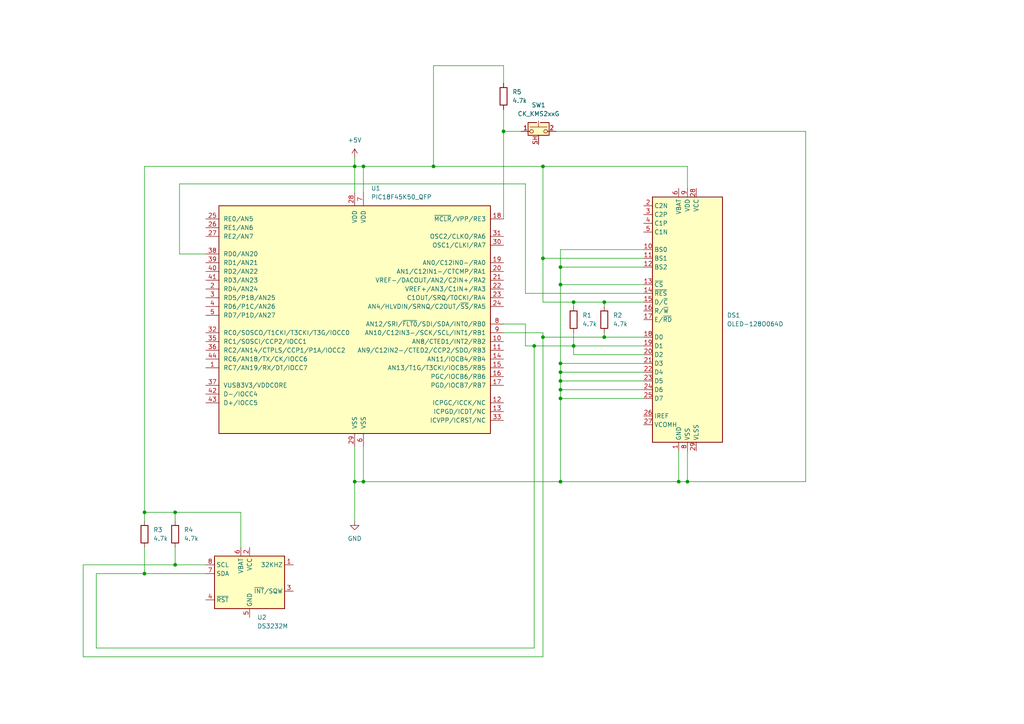
<source format=kicad_sch>
(kicad_sch (version 20231120) (generator "eeschema") (generator_version "8.0")
  (paper "A4")
  (lib_symbols
    (symbol "Device:R" (pin_numbers hide) (pin_names (offset 0))
      (property "Reference" "R" (at 2.032 0 90))
      (property "Value" "R" (at 0 0 90))
      (symbol "R_0_1"
        (rectangle (start -1.016 -2.54) (end 1.016 2.54) (stroke (width 0.254)))
      )
      (symbol "R_1_1"
        (pin passive line (at 0 3.81 270) (length 1.27) (name "~") (number "1"))
        (pin passive line (at 0 -3.81 90) (length 1.27) (name "~") (number "2"))
      )
    )
    (symbol "Display_Graphic:OLED-128O064D"
      (property "Reference" "DS" (at -10.16 38.1 0))
      (property "Value" "OLED-128O064D" (at 12.7 38.1 0))
      (symbol "OLED-128O064D_0_1"
        (rectangle (start -10.16 35.56) (end 10.16 -35.56) (stroke (width 0.254)) (fill (type background)))
      )
      (symbol "OLED-128O064D_1_1"
        (pin power_in line (at -2.54 -38.1 90) (length 2.54) (name "GND") (number "1"))
        (pin input line (at -12.7 20.32 0) (length 2.54) (name "BS0") (number "10"))
        (pin input line (at -12.7 17.78 0) (length 2.54) (name "BS1") (number "11"))
        (pin input line (at -12.7 15.24 0) (length 2.54) (name "BS2") (number "12"))
        (pin input line (at -12.7 10.16 0) (length 2.54) (name "~{CS}") (number "13"))
        (pin input line (at -12.7 7.62 0) (length 2.54) (name "~{RES}") (number "14"))
        (pin input line (at -12.7 5.08 0) (length 2.54) (name "D/~{C}") (number "15"))
        (pin input line (at -12.7 2.54 0) (length 2.54) (name "R/~{W}") (number "16"))
        (pin input line (at -12.7 0 0) (length 2.54) (name "E/~{RD}") (number "17"))
        (pin bidirectional line (at -12.7 -5.08 0) (length 2.54) (name "D0") (number "18"))
        (pin bidirectional line (at -12.7 -7.62 0) (length 2.54) (name "D1") (number "19"))
        (pin passive line (at -12.7 33.02 0) (length 2.54) (name "C2N") (number "2"))
        (pin bidirectional line (at -12.7 -10.16 0) (length 2.54) (name "D2") (number "20"))
        (pin bidirectional line (at -12.7 -12.7 0) (length 2.54) (name "D3") (number "21"))
        (pin bidirectional line (at -12.7 -15.24 0) (length 2.54) (name "D4") (number "22"))
        (pin bidirectional line (at -12.7 -17.78 0) (length 2.54) (name "D5") (number "23"))
        (pin bidirectional line (at -12.7 -20.32 0) (length 2.54) (name "D6") (number "24"))
        (pin bidirectional line (at -12.7 -22.86 0) (length 2.54) (name "D7") (number "25"))
        (pin passive line (at -12.7 -27.94 0) (length 2.54) (name "IREF") (number "26"))
        (pin passive line (at -12.7 -30.48 0) (length 2.54) (name "VCOMH") (number "27"))
        (pin power_in line (at 2.54 38.1 270) (length 2.54) (name "VCC") (number "28"))
        (pin power_in line (at 2.54 -38.1 90) (length 2.54) (name "VLSS") (number "29"))
        (pin passive line (at -12.7 30.48 0) (length 2.54) (name "C2P") (number "3"))
        (pin passive line (at -2.54 -38.1 90) (length 2.54) hide (name "GND") (number "30"))
        (pin passive line (at -12.7 27.94 0) (length 2.54) (name "C1P") (number "4"))
        (pin passive line (at -12.7 25.4 0) (length 2.54) (name "C1N") (number "5"))
        (pin power_in line (at -2.54 38.1 270) (length 2.54) (name "VBAT") (number "6"))
        (pin no_connect line (at 10.16 0 180) (length 2.54) hide (name "NC") (number "7"))
        (pin power_in line (at 0 -38.1 90) (length 2.54) (name "VSS") (number "8"))
        (pin power_in line (at 0 38.1 270) (length 2.54) (name "VDD") (number "9"))
      )
    )
    (symbol "MCU_Microchip_PIC18:PIC18F45K50_QFP" (pin_names (offset 1.27))
      (property "Reference" "U" (at -36.83 33.02 0))
      (property "Value" "PIC18F45K50_QFP" (at 30.48 -35.56 0))
      (symbol "PIC18F45K50_QFP_0_1"
        (rectangle (start -39.37 31.75) (end 39.37 -34.29) (stroke (width 0.254)) (fill (type background)))
      )
      (symbol "PIC18F45K50_QFP_1_1"
        (pin bidirectional line (at -43.18 -15.24 0) (length 3.81) (name "RC7/AN19/RX/DT/IOCC7") (number "1"))
        (pin bidirectional line (at 43.18 -7.62 180) (length 3.81) (name "AN8/CTED1/INT2/RB2") (number "10"))
        (pin bidirectional line (at 43.18 -10.16 180) (length 3.81) (name "AN9/C12IN2-/CTED2/CCP2/SDO/RB3") (number "11"))
        (pin bidirectional line (at 43.18 -25.4 180) (length 3.81) (name "ICPGC/ICCK/NC") (number "12"))
        (pin bidirectional line (at 43.18 -27.94 180) (length 3.81) (name "ICPGD/ICDT/NC") (number "13"))
        (pin bidirectional line (at 43.18 -12.7 180) (length 3.81) (name "AN11/IOCB4/RB4") (number "14"))
        (pin bidirectional line (at 43.18 -15.24 180) (length 3.81) (name "AN13/T1G/T3CKI/IOCB5/RB5") (number "15"))
        (pin bidirectional line (at 43.18 -17.78 180) (length 3.81) (name "PGC/IOCB6/RB6") (number "16"))
        (pin bidirectional line (at 43.18 -20.32 180) (length 3.81) (name "PGD/IOCB7/RB7") (number "17"))
        (pin input line (at 43.18 27.94 180) (length 3.81) (name "~{MCLR}/VPP/RE3") (number "18"))
        (pin bidirectional line (at 43.18 15.24 180) (length 3.81) (name "AN0/C12IN0-/RA0") (number "19"))
        (pin bidirectional line (at -43.18 7.62 0) (length 3.81) (name "RD4/AN24") (number "2"))
        (pin bidirectional line (at 43.18 12.7 180) (length 3.81) (name "AN1/C12IN1-/CTCMP/RA1") (number "20"))
        (pin bidirectional line (at 43.18 10.16 180) (length 3.81) (name "VREF-/DACOUT/AN2/C2IN+/RA2") (number "21"))
        (pin bidirectional line (at 43.18 7.62 180) (length 3.81) (name "VREF+/AN3/C1IN+/RA3") (number "22"))
        (pin bidirectional line (at 43.18 5.08 180) (length 3.81) (name "C1OUT/SRQ/T0CKI/RA4") (number "23"))
        (pin bidirectional line (at 43.18 2.54 180) (length 3.81) (name "AN4/HLVDIN/SRNQ/C2OUT/~{SS}/RA5") (number "24"))
        (pin bidirectional line (at -43.18 27.94 0) (length 3.81) (name "RE0/AN5") (number "25"))
        (pin bidirectional line (at -43.18 25.4 0) (length 3.81) (name "RE1/AN6") (number "26"))
        (pin bidirectional line (at -43.18 22.86 0) (length 3.81) (name "RE2/AN7") (number "27"))
        (pin power_in line (at 0 35.56 270) (length 3.81) (name "VDD") (number "28"))
        (pin power_in line (at 0 -38.1 90) (length 3.81) (name "VSS") (number "29"))
        (pin bidirectional line (at -43.18 5.08 0) (length 3.81) (name "RD5/P1B/AN25") (number "3"))
        (pin bidirectional line (at 43.18 20.32 180) (length 3.81) (name "OSC1/CLKI/RA7") (number "30"))
        (pin bidirectional line (at 43.18 22.86 180) (length 3.81) (name "OSC2/CLKO/RA6") (number "31"))
        (pin bidirectional line (at -43.18 -5.08 0) (length 3.81) (name "RC0/SOSCO/T1CKI/T3CKI/T3G/IOCC0") (number "32"))
        (pin bidirectional line (at 43.18 -30.48 180) (length 3.81) (name "ICVPP/ICRST/NC") (number "33"))
        (pin no_connect line (at -17.78 -34.29 90) (length 3.81) hide (name "NC") (number "34"))
        (pin bidirectional line (at -43.18 -7.62 0) (length 3.81) (name "RC1/SOSCI/CCP2/IOCC1") (number "35"))
        (pin bidirectional line (at -43.18 -10.16 0) (length 3.81) (name "RC2/AN14/CTPLS/CCP1/P1A/IOCC2") (number "36"))
        (pin power_in line (at -43.18 -20.32 0) (length 3.81) (name "VUSB3V3/VDDCORE") (number "37"))
        (pin bidirectional line (at -43.18 17.78 0) (length 3.81) (name "RD0/AN20") (number "38"))
        (pin bidirectional line (at -43.18 15.24 0) (length 3.81) (name "RD1/AN21") (number "39"))
        (pin bidirectional line (at -43.18 2.54 0) (length 3.81) (name "RD6/P1C/AN26") (number "4"))
        (pin bidirectional line (at -43.18 12.7 0) (length 3.81) (name "RD2/AN22") (number "40"))
        (pin bidirectional line (at -43.18 10.16 0) (length 3.81) (name "RD3/AN23") (number "41"))
        (pin bidirectional line (at -43.18 -22.86 0) (length 3.81) (name "D-/IOCC4") (number "42"))
        (pin bidirectional line (at -43.18 -25.4 0) (length 3.81) (name "D+/IOCC5") (number "43"))
        (pin bidirectional line (at -43.18 -12.7 0) (length 3.81) (name "RC6/AN18/TX/CK/IOCC6") (number "44"))
        (pin bidirectional line (at -43.18 0 0) (length 3.81) (name "RD7/P1D/AN27") (number "5"))
        (pin power_in line (at 2.54 -38.1 90) (length 3.81) (name "VSS") (number "6"))
        (pin power_in line (at 2.54 35.56 270) (length 3.81) (name "VDD") (number "7"))
        (pin bidirectional line (at 43.18 -2.54 180) (length 3.81) (name "AN12/SRI/~{FLT0}/SDI/SDA/INT0/RB0") (number "8"))
        (pin bidirectional line (at 43.18 -5.08 180) (length 3.81) (name "AN10/C12IN3-/SCK/SCL/INT1/RB1") (number "9"))
      )
    )
    (symbol "Switch:CK_KMS2xxG" (pin_names (offset 1.016) hide)
      (property "Reference" "SW" (at 4.318 2.032 0))
      (property "Value" "CK_KMS2xxG" (at 0 4.572 0))
      (symbol "CK_KMS2xxG_0_1"
        (circle (center -2.032 0) (radius 0.508))
        (polyline (pts (xy 0 1.27) (xy 0 3.048)))
        (polyline (pts (xy 2.54 1.27) (xy -2.54 1.27)))
        (polyline (pts (xy 0.508 2.54) (xy 3.048 2.54) (xy 3.048 -1.143) (xy -3.048 -1.143) (xy -3.048 2.54) (xy -0.508 2.54)) (stroke (width -0.0254)))
        (polyline (pts (xy 0.508 2.54) (xy 3.048 2.54) (xy 3.048 -1.143) (xy -3.048 -1.143) (xy -3.048 2.54) (xy -0.508 2.54)) (stroke (width 0.254)))
        (circle (center 2.032 0) (radius 0.508))
        (pin passive line (at -5.08 0 0) (length 2.54) (name "1") (number "1"))
        (pin passive line (at 5.08 0 180) (length 2.54) (name "2") (number "2"))
      )
      (symbol "CK_KMS2xxG_1_1"
        (rectangle (start -3.048 2.54) (end 3.048 -1.27) (stroke (width -0.0254)) (fill (type background)))
        (pin passive line (at 0 -3.81 90) (length 2.54) (name "B") (number "SH"))
      )
    )
    (symbol "Timer_RTC:DS3232M"
      (property "Reference" "U" (at -7.62 8.89 0))
      (property "Value" "DS3232M" (at 10.16 8.89 0))
      (symbol "DS3232M_0_1"
        (rectangle (start -10.16 7.62) (end 10.16 -7.62) (stroke (width 0.254)) (fill (type background)))
      )
      (symbol "DS3232M_1_1"
        (pin output line (at 12.7 5.08 180) (length 2.54) (name "32KHZ") (number "1"))
        (pin power_in line (at 0 10.16 270) (length 2.54) (name "VCC") (number "2"))
        (pin open_collector line (at 12.7 -2.54 180) (length 2.54) (name "~{INT}/SQW") (number "3"))
        (pin bidirectional line (at -12.7 -5.08 0) (length 2.54) (name "~{RST}") (number "4"))
        (pin power_in line (at 0 -10.16 90) (length 2.54) (name "GND") (number "5"))
        (pin power_in line (at -2.54 10.16 270) (length 2.54) (name "VBAT") (number "6"))
        (pin bidirectional line (at -12.7 2.54 0) (length 2.54) (name "SDA") (number "7"))
        (pin input line (at -12.7 5.08 0) (length 2.54) (name "SCL") (number "8"))
      )
    )
    (symbol "power:+5V" (power) (pin_numbers hide) (pin_names (offset 0) hide)
      (property "Value" "+5V" (at 0 3.556 0))
      (symbol "+5V_0_1"
        (polyline (pts (xy -0.762 1.27) (xy 0 2.54)))
        (polyline (pts (xy 0 0) (xy 0 2.54)))
        (polyline (pts (xy 0 2.54) (xy 0.762 1.27)))
      )
      (symbol "+5V_1_1"
        (pin power_in line (at 0 0 90) (length 0) (name "~") (number "1"))
      )
    )
    (symbol "power:GND" (power) (pin_numbers hide) (pin_names (offset 0) hide)
      (property "Value" "GND" (at 0 -3.81 0))
      (symbol "GND_0_1"
        (polyline (pts (xy 0 0) (xy 0 -1.27) (xy 1.27 -1.27) (xy 0 -2.54) (xy -1.27 -1.27) (xy 0 -1.27)))
      )
      (symbol "GND_1_1"
        (pin power_in line (at 0 0 270) (length 0) (name "~") (number "1"))
      )
    )
  )
  (junction (at 175.26 87.63))
  (junction (at 157.48 48.26))
  (junction (at 125.73 48.26))
  (junction (at 199.39 139.7))
  (junction (at 102.87 48.26))
  (junction (at 146.05 38.1))
  (junction (at 50.8 148.59))
  (junction (at 41.91 148.59))
  (junction (at 162.56 115.57))
  (junction (at 166.37 87.63))
  (junction (at 162.56 110.49))
  (junction (at 157.48 97.79))
  (junction (at 162.56 139.7))
  (junction (at 196.85 139.7))
  (junction (at 162.56 77.47))
  (junction (at 162.56 113.03))
  (junction (at 50.8 163.83))
  (junction (at 162.56 107.95))
  (junction (at 162.56 82.55))
  (junction (at 105.41 139.7))
  (junction (at 41.91 166.37))
  (junction (at 102.87 139.7))
  (junction (at 175.26 97.79))
  (junction (at 157.48 74.93))
  (junction (at 162.56 105.41))
  (junction (at 154.94 100.33))
  (junction (at 166.37 100.33))
  (junction (at 105.41 48.26))
  (wire (pts (xy 41.91 166.37) (xy 27.94 166.37)))
  (wire (pts (xy 154.94 100.33) (xy 166.37 100.33)))
  (wire (pts (xy 162.56 110.49) (xy 186.69 110.49)))
  (wire (pts (xy 186.69 102.87) (xy 166.37 102.87)))
  (wire (pts (xy 199.39 54.61) (xy 199.39 48.26)))
  (wire (pts (xy 196.85 130.81) (xy 196.85 139.7)))
  (wire (pts (xy 50.8 148.59) (xy 50.8 151.13)))
  (wire (pts (xy 196.85 139.7) (xy 162.56 139.7)))
  (wire (pts (xy 166.37 102.87) (xy 166.37 100.33)))
  (wire (pts (xy 146.05 24.13) (xy 146.05 19.05)))
  (wire (pts (xy 27.94 187.96) (xy 154.94 187.96)))
  (wire (pts (xy 152.4 93.98) (xy 152.4 100.33)))
  (wire (pts (xy 175.26 97.79) (xy 175.26 96.52)))
  (wire (pts (xy 102.87 139.7) (xy 102.87 151.13)))
  (wire (pts (xy 27.94 166.37) (xy 27.94 187.96)))
  (wire (pts (xy 102.87 48.26) (xy 102.87 55.88)))
  (wire (pts (xy 105.41 55.88) (xy 105.41 48.26)))
  (wire (pts (xy 175.26 87.63) (xy 175.26 88.9)))
  (wire (pts (xy 50.8 163.83) (xy 59.69 163.83)))
  (wire (pts (xy 157.48 48.26) (xy 199.39 48.26)))
  (wire (pts (xy 69.85 158.75) (xy 69.85 148.59)))
  (wire (pts (xy 105.41 139.7) (xy 102.87 139.7)))
  (wire (pts (xy 186.69 72.39) (xy 162.56 72.39)))
  (wire (pts (xy 175.26 87.63) (xy 166.37 87.63)))
  (wire (pts (xy 125.73 48.26) (xy 157.48 48.26)))
  (wire (pts (xy 162.56 113.03) (xy 186.69 113.03)))
  (wire (pts (xy 162.56 105.41) (xy 186.69 105.41)))
  (wire (pts (xy 186.69 100.33) (xy 166.37 100.33)))
  (wire (pts (xy 162.56 115.57) (xy 162.56 139.7)))
  (wire (pts (xy 186.69 115.57) (xy 162.56 115.57)))
  (wire (pts (xy 125.73 19.05) (xy 125.73 48.26)))
  (wire (pts (xy 146.05 19.05) (xy 125.73 19.05)))
  (wire (pts (xy 186.69 97.79) (xy 175.26 97.79)))
  (wire (pts (xy 146.05 38.1) (xy 151.13 38.1)))
  (wire (pts (xy 233.68 38.1) (xy 233.68 139.7)))
  (wire (pts (xy 166.37 100.33) (xy 166.37 96.52)))
  (wire (pts (xy 162.56 107.95) (xy 162.56 110.49)))
  (wire (pts (xy 162.56 110.49) (xy 162.56 113.03)))
  (wire (pts (xy 41.91 166.37) (xy 59.69 166.37)))
  (wire (pts (xy 41.91 48.26) (xy 102.87 48.26)))
  (wire (pts (xy 157.48 190.5) (xy 157.48 97.79)))
  (wire (pts (xy 52.07 73.66) (xy 59.69 73.66)))
  (wire (pts (xy 69.85 148.59) (xy 50.8 148.59)))
  (wire (pts (xy 146.05 96.52) (xy 157.48 96.52)))
  (wire (pts (xy 50.8 148.59) (xy 41.91 148.59)))
  (wire (pts (xy 162.56 107.95) (xy 186.69 107.95)))
  (wire (pts (xy 152.4 100.33) (xy 154.94 100.33)))
  (wire (pts (xy 157.48 97.79) (xy 175.26 97.79)))
  (wire (pts (xy 24.13 190.5) (xy 157.48 190.5)))
  (wire (pts (xy 162.56 105.41) (xy 162.56 107.95)))
  (wire (pts (xy 199.39 139.7) (xy 196.85 139.7)))
  (wire (pts (xy 24.13 163.83) (xy 24.13 190.5)))
  (wire (pts (xy 199.39 130.81) (xy 199.39 139.7)))
  (wire (pts (xy 50.8 158.75) (xy 50.8 163.83)))
  (wire (pts (xy 105.41 48.26) (xy 125.73 48.26)))
  (wire (pts (xy 152.4 85.09) (xy 152.4 53.34)))
  (wire (pts (xy 166.37 87.63) (xy 157.48 87.63)))
  (wire (pts (xy 157.48 87.63) (xy 157.48 74.93)))
  (wire (pts (xy 186.69 85.09) (xy 152.4 85.09)))
  (wire (pts (xy 233.68 139.7) (xy 199.39 139.7)))
  (wire (pts (xy 162.56 77.47) (xy 162.56 82.55)))
  (wire (pts (xy 52.07 53.34) (xy 52.07 73.66)))
  (wire (pts (xy 146.05 93.98) (xy 152.4 93.98)))
  (wire (pts (xy 102.87 129.54) (xy 102.87 139.7)))
  (wire (pts (xy 146.05 63.5) (xy 146.05 38.1)))
  (wire (pts (xy 186.69 77.47) (xy 162.56 77.47)))
  (wire (pts (xy 162.56 113.03) (xy 162.56 115.57)))
  (wire (pts (xy 162.56 139.7) (xy 105.41 139.7)))
  (wire (pts (xy 102.87 45.72) (xy 102.87 48.26)))
  (wire (pts (xy 166.37 87.63) (xy 166.37 88.9)))
  (wire (pts (xy 186.69 82.55) (xy 162.56 82.55)))
  (wire (pts (xy 50.8 163.83) (xy 24.13 163.83)))
  (wire (pts (xy 157.48 74.93) (xy 186.69 74.93)))
  (wire (pts (xy 152.4 53.34) (xy 52.07 53.34)))
  (wire (pts (xy 41.91 148.59) (xy 41.91 151.13)))
  (wire (pts (xy 186.69 87.63) (xy 175.26 87.63)))
  (wire (pts (xy 41.91 148.59) (xy 41.91 48.26)))
  (wire (pts (xy 146.05 31.75) (xy 146.05 38.1)))
  (wire (pts (xy 161.29 38.1) (xy 233.68 38.1)))
  (wire (pts (xy 105.41 129.54) (xy 105.41 139.7)))
  (wire (pts (xy 157.48 96.52) (xy 157.48 97.79)))
  (wire (pts (xy 41.91 158.75) (xy 41.91 166.37)))
  (wire (pts (xy 162.56 72.39) (xy 162.56 77.47)))
  (wire (pts (xy 154.94 187.96) (xy 154.94 100.33)))
  (wire (pts (xy 105.41 48.26) (xy 102.87 48.26)))
  (wire (pts (xy 162.56 82.55) (xy 162.56 105.41)))
  (wire (pts (xy 157.48 74.93) (xy 157.48 48.26)))
  (symbol (lib_id "Device:R") (at 41.91 154.94 0) (unit 1)
    (property "Reference" "R3" (at 44.45 153.6699 0) (effects (justify left)))
    (property "Value" "4.7k" (at 44.45 156.2099 0) (effects (justify left)))
    (property "Footprint" "Resistor_SMD:R_0201_0603Metric" (effects (hide yes)))
    (property "Description" "Resistor" (effects (hide yes)))
  )
  (symbol (lib_id "Switch:CK_KMS2xxG") (at 156.21 38.1 0) (unit 1)
    (property "Reference" "SW1" (at 156.21 30.48 0))
    (property "Value" "CK_KMS2xxG" (at 156.21 33.02 0))
    (property "Footprint" "Button_Switch_SMD:SW_SPST_CK_KMS2xxGP" (effects (hide yes)))
    (property "Datasheet" "https://www.ckswitches.com/media/1482/kms.pdf" (effects (hide yes)))
    (property "Description" "Microminiature SMT Side Actuated, 4.2 x 2.8 x 1.42mm, without pegs, with shield pin" (effects (hide yes)))
  )
  (symbol (lib_id "Device:R") (at 166.37 92.71 0) (unit 1)
    (property "Reference" "R1" (at 168.91 91.4399 0) (effects (justify left)))
    (property "Value" "4.7k" (at 168.91 93.9799 0) (effects (justify left)))
    (property "Footprint" "Resistor_SMD:R_0201_0603Metric" (effects (hide yes)))
    (property "Description" "Resistor" (effects (hide yes)))
  )
  (symbol (lib_id "MCU_Microchip_PIC18:PIC18F45K50_QFP") (at 102.87 91.44 0) (unit 1)
    (property "Reference" "U1" (at 107.6041 54.61 0) (effects (justify left)))
    (property "Value" "PIC18F45K50_QFP" (at 107.6041 57.15 0) (effects (justify left)))
    (property "Footprint" "Package_QFP:TQFP-44_10x10mm_P0.8mm" (effects (hide yes)))
    (property "Datasheet" "http://ww1.microchip.com/downloads/en/DeviceDoc/30000684B.pdf" (effects (hide yes)))
    (property "Description" "32K Flash, 2K RAM, 256B EEPROM, Microchip PIC18F series enhanced flash microcontroller with USB in TQFP-44 package" (effects (hide yes)))
  )
  (symbol (lib_id "Device:R") (at 175.26 92.71 0) (unit 1)
    (property "Reference" "R2" (at 177.8 91.4399 0) (effects (justify left)))
    (property "Value" "4.7k" (at 177.8 93.9799 0) (effects (justify left)))
    (property "Footprint" "Resistor_SMD:R_0201_0603Metric" (effects (hide yes)))
    (property "Description" "Resistor" (effects (hide yes)))
  )
  (symbol (lib_id "Display_Graphic:OLED-128O064D") (at 199.39 92.71 0) (unit 1)
    (property "Reference" "DS1" (at 210.82 91.4399 0) (effects (justify left)))
    (property "Value" "OLED-128O064D" (at 210.82 93.9799 0) (effects (justify left)))
    (property "Footprint" "Display:Adafruit_SSD1306_No_Mounting_Holes" (effects (hide yes)))
    (property "Datasheet" "https://www.vishay.com/docs/37902/oled128o064dbpp3n00000.pdf" (effects (hide yes)))
    (property "Description" "OLED display 128x64" (effects (hide yes)))
  )
  (symbol (lib_id "power:+5V") (at 102.87 45.72 0) (unit 1)
    (property "Reference" "#PWR01" (effects (hide yes)))
    (property "Value" "+5V" (at 102.87 40.64 0))
    (property "Description" "Power symbol creates a global label with name \"+5V\"" (effects (hide yes)))
  )
  (symbol (lib_id "power:GND") (at 102.87 151.13 0) (unit 1)
    (property "Reference" "#PWR02" (effects (hide yes)))
    (property "Value" "GND" (at 102.87 156.21 0))
    (property "Description" "Power symbol creates a global label with name \"GND\" , ground" (effects (hide yes)))
  )
  (symbol (lib_id "Timer_RTC:DS3232M") (at 72.39 168.91 0) (unit 1)
    (property "Reference" "U2" (at 74.5841 179.07 0) (effects (justify left)))
    (property "Value" "DS3232M" (at 74.5841 181.61 0) (effects (justify left)))
    (property "Footprint" "Package_SO:SOIC-8_3.9x4.9mm_P1.27mm" (effects (hide yes)))
    (property "Datasheet" "http://datasheets.maximintegrated.com/en/ds/DS3232M.pdf" (effects (hide yes)))
    (property "Description" "±5ppm, I2C Real-Time Clock with SRAM SOIC-8" (effects (hide yes)))
  )
  (symbol (lib_id "Device:R") (at 146.05 27.94 0) (unit 1)
    (property "Reference" "R5" (at 148.59 26.6699 0) (effects (justify left)))
    (property "Value" "4.7k" (at 148.59 29.2099 0) (effects (justify left)))
    (property "Footprint" "Resistor_SMD:R_0201_0603Metric" (effects (hide yes)))
    (property "Description" "Resistor" (effects (hide yes)))
  )
  (symbol (lib_id "Device:R") (at 50.8 154.94 0) (unit 1)
    (property "Reference" "R4" (at 53.34 153.6699 0) (effects (justify left)))
    (property "Value" "4.7k" (at 53.34 156.2099 0) (effects (justify left)))
    (property "Footprint" "Resistor_SMD:R_0201_0603Metric" (effects (hide yes)))
    (property "Description" "Resistor" (effects (hide yes)))
  )
)
</source>
